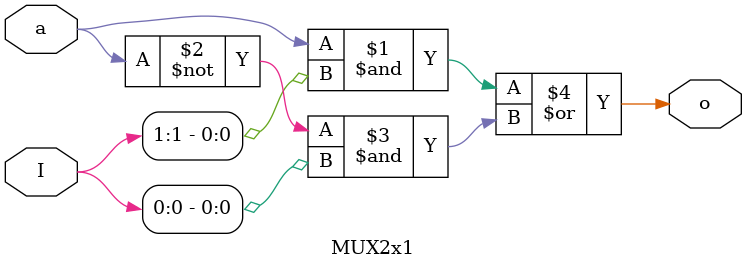
<source format=v>
module MUX2x1(
  input wire [1:0] I, 
  input wire a,
  output wire o
);
  assign o = a & I[1] | ~a & I[0];
  
endmodule

</source>
